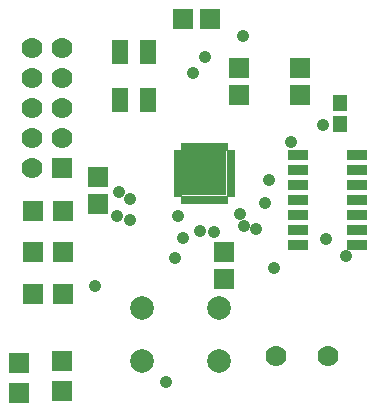
<source format=gbr>
%FSLAX23Y23*%
%MOIN*%
G04 EasyPC Gerber Version 17.0 Build 3379 *
%ADD96R,0.02181X0.02969*%
%ADD84R,0.04937X0.05291*%
%ADD99R,0.05724X0.08087*%
%ADD82R,0.06500X0.07000*%
%ADD85R,0.07000X0.07000*%
%ADD86R,0.07000X0.07000*%
%ADD98R,0.14780X0.14780*%
%ADD74C,0.04189*%
%ADD97R,0.02969X0.02181*%
%ADD95R,0.06787X0.03559*%
%ADD76C,0.07000*%
%ADD81C,0.07890*%
%ADD79R,0.07000X0.06500*%
X0Y0D02*
D02*
D74*
X718Y732D03*
X791Y964D03*
X799Y1045D03*
X834Y952D03*
Y1023D03*
X956Y411D03*
X984Y826D03*
X996Y966D03*
X1010Y891D03*
X1045Y1442D03*
X1067Y915D03*
X1084Y1496D03*
X1114Y913D03*
X1201Y970D03*
X1212Y1565D03*
X1216Y931D03*
X1256Y923D03*
X1285Y1009D03*
X1297Y1086D03*
X1315Y793D03*
X1370Y1212D03*
X1478Y1269D03*
X1488Y887D03*
X1553Y830D03*
D02*
D76*
X508Y1126D03*
Y1226D03*
Y1326D03*
Y1426D03*
Y1526D03*
X608Y1226D03*
Y1326D03*
Y1426D03*
Y1526D03*
X1320Y498D03*
X1494D03*
D02*
D79*
X1012Y1620D03*
X1102D03*
D02*
D81*
X875Y481D03*
Y658D03*
X1131Y481D03*
Y658D03*
D02*
D82*
X728Y1006D03*
Y1096D03*
X1147Y756D03*
Y846D03*
X1197Y1368D03*
Y1458D03*
X1401Y1368D03*
Y1458D03*
D02*
D84*
X1533Y1270D03*
Y1340D03*
D02*
D85*
X466Y376D03*
Y476D03*
X510Y982D03*
X510Y706D03*
Y844D03*
X608Y382D03*
Y482D03*
X610Y982D03*
X610Y706D03*
Y844D03*
D02*
D86*
X608Y1126D03*
D02*
D95*
X1394Y867D03*
Y917D03*
Y967D03*
Y1017D03*
Y1067D03*
Y1117D03*
Y1167D03*
X1592Y867D03*
Y917D03*
Y967D03*
Y1017D03*
Y1067D03*
Y1117D03*
Y1167D03*
D02*
D96*
X1014Y1017D03*
Y1196D03*
X1033Y1017D03*
Y1196D03*
X1053Y1017D03*
Y1196D03*
X1073Y1017D03*
Y1196D03*
X1092Y1017D03*
Y1196D03*
X1112Y1017D03*
Y1196D03*
X1132Y1017D03*
Y1196D03*
X1151Y1017D03*
Y1196D03*
D02*
D97*
X993Y1038D03*
Y1058D03*
Y1077D03*
Y1097D03*
Y1117D03*
Y1136D03*
Y1156D03*
Y1176D03*
X1172Y1038D03*
Y1058D03*
Y1077D03*
Y1097D03*
Y1117D03*
Y1136D03*
Y1156D03*
Y1176D03*
D02*
D98*
X1082Y1107D03*
D02*
D99*
X800Y1353D03*
Y1510D03*
X895Y1353D03*
Y1510D03*
X0Y0D02*
M02*

</source>
